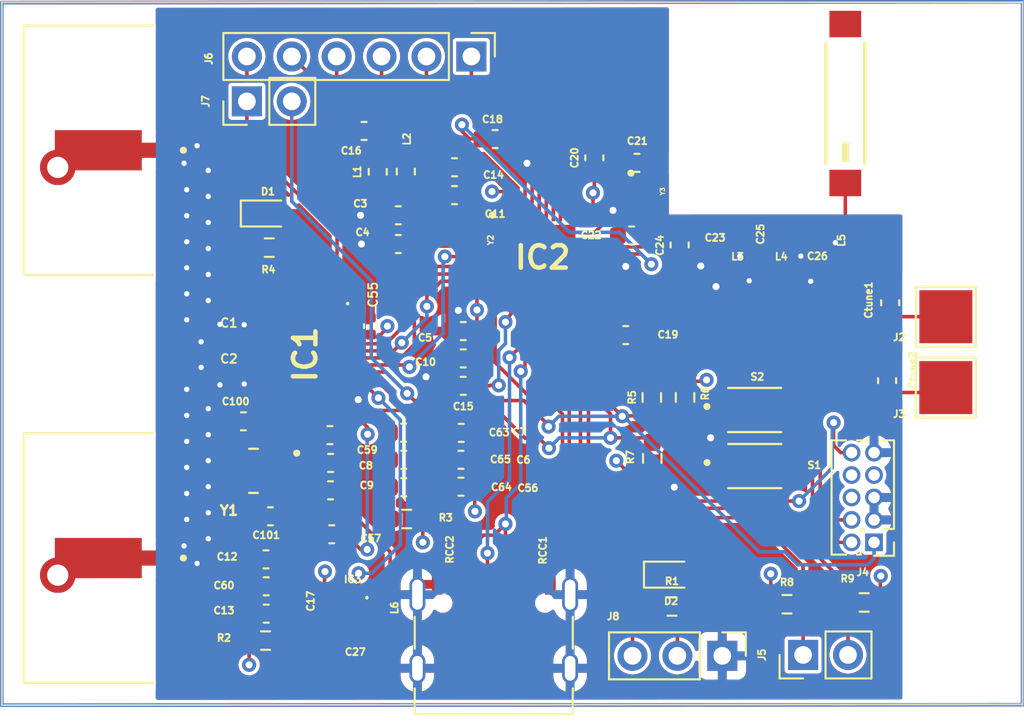
<source format=kicad_pcb>
(kicad_pcb (version 20221018) (generator pcbnew)
  (layers (0 "F.Cu" signal) (1 "In1.Cu" power) (2 "In2.Cu" power) (31 "B.Cu" signal) (34 "B.Paste" user) (35 "F.Paste" user) (36 "B.SilkS" user "B.Silkscreen") (37 "F.SilkS" user "F.Silkscreen") (38 "B.Mask" user) (39 "F.Mask" user) (44 "Edge.Cuts" user))
  (net 0 "")
  (net 1 "Net-(IC1-RF2)")
  (net 2 "Net-(C1-Pad2)")
  (net 3 "Net-(IC1-RF1)")
  (net 4 "Net-(C2-Pad2)")
  (net 5 "GND")
  (net 6 "VDD3")
  (net 7 "Net-(IC1-VDD2B)")
  (net 8 "Net-(IC1-VTX_D)")
  (net 9 "Net-(IC1-VDD2A)")
  (net 10 "XTI")
  (net 11 "XTO")
  (net 12 "IRQ")
  (net 13 "SPIPHA")
  (net 14 "GPIO0")
  (net 15 "GPIO1")
  (net 16 "SPIPOL")
  (net 17 "TXLED")
  (net 18 "EXTPA")
  (net 19 "SYNC")
  (net 20 "EXTON")
  (net 21 "WAKEUP")
  (net 22 "RESET")
  (net 23 "SPICLK")
  (net 24 "SPIMOSI")
  (net 25 "SPIMISO")
  (net 26 "SPICSN")
  (net 27 "Net-(IC2-P0.00{slash}XL1)")
  (net 28 "Net-(IC2-P0.01{slash}XL2)")
  (net 29 "VDD")
  (net 30 "VBUS")
  (net 31 "Net-(IC2-DEC1)")
  (net 32 "Net-(IC2-DECUSB)")
  (net 33 "Net-(IC2-DEC4)")
  (net 34 "Net-(IC2-DEC5)")
  (net 35 "Net-(IC2-XC2)")
  (net 36 "Net-(IC2-XC1)")
  (net 37 "Net-(IC2-ANT)")
  (net 38 "Net-(IC2-DEC3)")
  (net 39 "Net-(C25-Pad1)")
  (net 40 "Net-(IC2-P0.10{slash}NFC2)")
  (net 41 "Net-(IC2-P0.09{slash}NFC1)")
  (net 42 "D+")
  (net 43 "D-")
  (net 44 "Net-(IC2-DCC)")
  (net 45 "Net-(L1-Pad1)")
  (net 46 "Net-(J1-CC1)")
  (net 48 "Net-(J1-CC2)")
  (net 50 "Net-(AE1-Pad1)")
  (net 52 "Net-(C26-Pad2)")
  (net 53 "Net-(IC2-SWDIO)")
  (net 54 "Net-(IC2-SWDCLK)")
  (net 58 "Net-(IC2-P0.18{slash}NRESET)")
  (net 59 "SCL")
  (net 60 "SDA")
  (net 61 "Net-(IC3-LX)")
  (net 62 "Net-(D1-K)")
  (net 63 "RXLED")
  (net 64 "IO6")
  (net 65 "IO5")
  (net 66 "IO4")
  (net 67 "IO3")
  (net 68 "IO2")
  (net 69 "IO1")
  (net 70 "Net-(R5-Pad2)")
  (net 71 "Net-(D2-K)")
  (footprint "TESIS:ANTENNA_UWCCP.01" (layer "F.Cu") (at 100.4075 73.533 90)
    (fp_text reference "E1" hide)
    (fp_text value "UWCCP.01" hide)
  )
  (footprint "Capacitor_SMD:C_0603_1608Metric" (layer "F.Cu") (at 109.347 89.662)
    (fp_text reference "C59")
    (fp_text value "4.7nF" hide)
  )
  (footprint "Capacitor_SMD:C_0201_0603Metric_Pad0.64x0.40mm_HandSolder" (layer "F.Cu") (at 110.736 101.228)
    (fp_text reference "C27")
    (fp_text value "4.7uF" hide)
  )
  (footprint "TESIS:XC9290A07E0RG" (layer "F.Cu") (at 110.6384 99.1788)
    (fp_text reference "IC3")
    (fp_text value "XC9290B16E0R-G" hide)
  )
  (footprint "TestPoint:TestPoint_Pad_3.0x3.0mm" (layer "F.Cu") (at 144.1936 86.9696)
    (fp_text reference "J3")
    (fp_text value "NFC1" hide)
  )
  (footprint "TESIS:SW_B3U-1000P" (layer "F.Cu") (at 133.3754 88.2396)
    (fp_text reference "S2")
    (fp_text value "B3U-1000P" hide)
  )
  (footprint "Capacitor_SMD:C_0603_1608Metric" (layer "F.Cu") (at 113.5256 92.6084 180)
    (fp_text reference "C64")
    (fp_text value "10UF" hide)
  )
  (footprint "Connector_PinHeader_2.54mm:PinHeader_1x06_P2.54mm_Vertical" (layer "F.Cu") (at 117.348 68.2244 -90)
    (fp_text reference "J6")
    (fp_text value "Conn_01x06" hide)
  )
  (footprint "Connector_PinHeader_1.27mm:PinHeader_2x05_P1.27mm_Vertical" (layer "F.Cu") (at 140.1318 95.7326 180)
    (fp_text reference "J4")
    (fp_text value "Conn_ARM_JTAG_SWD_10" hide)
  )
  (footprint "Capacitor_SMD:C_0603_1608Metric" (layer "F.Cu") (at 126.0856 83.9978)
    (fp_text reference "C19")
    (fp_text value "820pF" hide)
  )
  (footprint "TESIS:DW3220TR13-1" (layer "F.Cu") (at 107.95 85.09 -90)
    (fp_text reference "IC1")
    (fp_text value "DW3220TR13" hide)
  )
  (footprint "Inductor_SMD:L_0603_1608Metric" (layer "F.Cu") (at 113.6399 74.7396 -90)
    (fp_text reference "L2")
    (fp_text value "10uH" hide)
  )
  (footprint "Resistor_SMD:R_0603_1608Metric_Pad0.98x0.95mm_HandSolder" (layer "F.Cu") (at 135.2042 99.2378)
    (fp_text reference "R8")
    (fp_text value "4.7K" hide)
  )
  (footprint "Capacitor_SMD:C_0201_0603Metric" (layer "F.Cu") (at 103.632 84.09 180)
    (fp_text reference "C1")
    (fp_text value "2.0pF" hide)
  )
  (footprint "TestPoint:TestPoint_Pad_3.0x3.0mm" (layer "F.Cu") (at 144.1958 82.9564)
    (fp_text reference "J2")
    (fp_text value "NFC2" hide)
  )
  (footprint "TESIS:ANTENNA_UWCCP.01" (layer "F.Cu") (at 100.4075 96.6216 90)
    (fp_text reference "E2" hide)
    (fp_text value "UWCCP.01" hide)
  )
  (footprint "Capacitor_SMD:C_0603_1608Metric" (layer "F.Cu") (at 141.0462 82.169 90)
    (fp_text reference "Ctune1")
    (fp_text value "82pF" hide)
  )
  (footprint "Capacitor_SMD:C_0603_1608Metric" (layer "F.Cu") (at 109.3854 91.2368)
    (fp_text reference "C8")
    (fp_text value "100nF" hide)
  )
  (footprint "Inductor_SMD:L_0201_0603Metric" (layer "F.Cu") (at 134.8846 80.2386)
    (fp_text reference "L4")
    (fp_text value "2.2nH" hide)
  )
  (footprint "Resistor_SMD:R_0603_1608Metric_Pad0.98x0.95mm_HandSolder" (layer "F.Cu") (at 105.918 79.0448)
    (fp_text reference "R4")
    (fp_text value "1K" hide)
  )
  (footprint "Capacitor_SMD:C_0603_1608Metric" (layer "F.Cu") (at 113.2143 78.8416 180)
    (fp_text reference "C4")
    (fp_text value "12pF" hide)
  )
  (footprint "Connector_PinHeader_2.54mm:PinHeader_1x02_P2.54mm_Vertical" (layer "F.Cu") (at 104.648 70.7644 90)
    (fp_text reference "J7")
    (fp_text value "Conn_01x02" hide)
  )
  (footprint "Resistor_SMD:R_0201_0603Metric" (layer "F.Cu") (at 116.940239 96.2152 -90)
    (fp_text reference "RCC2")
    (fp_text value "5.1k" hide)
  )
  (footprint "Capacitor_SMD:C_0603_1608Metric" (layer "F.Cu") (at 116.7768 89.535)
    (fp_text reference "C7")
    (fp_text value "22UF" hide)
  )
  (footprint "Inductor_SMD:L_0201_0603Metric" (layer "F.Cu") (at 138.049 79.883 -90)
    (fp_text reference "L5")
    (fp_text value "3.9nH" hide)
  )
  (footprint "Connector_PinHeader_2.54mm:PinHeader_1x03_P2.54mm_Vertical" (layer "F.Cu") (at 131.5466 102.1588 -90)
    (fp_text reference "J8")
    (fp_text value "Conn_01x03" hide)
  )
  (footprint "Capacitor_SMD:C_0603_1608Metric" (layer "F.Cu") (at 116.3958 74.4982 180)
    (fp_text reference "C14")
    (fp_text value "1.0uF" hide)
  )
  (footprint "Capacitor_SMD:C_0603_1608Metric" (layer "F.Cu") (at 116.7638 91.059)
    (fp_text reference "C6")
    (fp_text value "100nF" hide)
  )
  (footprint "Capacitor_SMD:C_0603_1608Metric" (layer "F.Cu") (at 118.6942 72.898)
    (fp_text reference "C18")
    (fp_text value "47nF" hide)
  )
  (footprint "Capacitor_SMD:C_0603_1608Metric" (layer "F.Cu") (at 105.9818 94.2594)
    (fp_text reference "C101")
    (fp_text value "3.3pF" hide)
  )
  (footprint "Capacitor_SMD:C_0201_0603Metric_Pad0.64x0.40mm_HandSolder" (layer "F.Cu") (at 133.7056 79.8322 90)
    (fp_text reference "C25")
    (fp_text value "1.2pF" hide)
  )
  (footprint "Capacitor_SMD:C_0603_1608Metric" (layer "F.Cu") (at 109.4486 95.2754 180)
    (fp_text reference "C57")
    (fp_text value "220nF" hide)
  )
  (footprint "Capacitor_SMD:C_0603_1608Metric" (layer "F.Cu") (at 126.7206 74.2442)
    (fp_text reference "C21")
    (fp_text value "12pF" hide)
  )
  (footprint "TESIS:WE-MCA_7488910245" (layer "F.Cu") (at 138.5062 70.8872 -90)
    (property "VALUE" "2400-2500 MHz")
    (fp_text reference "AE1" hide)
    (fp_text value "WE-MCA_7488910245" hide)
  )
  (footprint "Capacitor_SMD:C_0402_1005Metric" (layer "F.Cu") (at 111.633 83.4898 -90)
    (fp_text reference "C55")
    (fp_text value "100nF" hide)
  )
  (footprint "Capacitor_SMD:C_0603_1608Metric" (layer "F.Cu") (at 126.4158 78.359)
    (fp_text reference "C22")
    (fp_text value "12pF" hide)
  )
  (footprint "Capacitor_SMD:C_0603_1608Metric" (layer "F.Cu") (at 116.8908 86.868 180)
    (fp_text reference "C15")
    (fp_text value "4.7uF" hide)
  )
  (footprint "Resistor_SMD:R_0603_1608Metric_Pad0.98x0.95mm_HandSolder" (layer "F.Cu") (at 128.7018 99.3648)
    (fp_text reference "R1")
    (fp_text value "1K" hide)
  )
  (footprint "LED_SMD:LED_0603_1608Metric" (layer "F.Cu") (at 128.6002 97.5614)
    (fp_text reference "D2")
    (fp_text value "LED" hide)
  )
  (footprint "Connector_USB:USB_C_Receptacle_Palconn_UTC16-G" (layer "F.Cu") (at 118.616639 100.6234)
    (fp_text reference "J1" hide)
    (fp_text value "USB_C_Receptacle_USB2.0" hide)
  )
  (footprint "Resistor_SMD:R_0603_1608Metric_Pad0.98x0.95mm_HandSolder" (layer "F.Cu") (at 129.4384 87.5265 -90)
    (fp_text reference "R6")
    (fp_text value "10K" hide)
  )
  (footprint "Capacitor_SMD:C_0603_1608Metric" (layer "F.Cu") (at 109.3828 92.7862)
    (fp_text reference "C9")
    (fp_text value "10UF" hide)
  )
  (footprint "Resistor_SMD:R_0201_0603Metric" (layer "F.Cu") (at 120.343839 96.1898 -90)
    (fp_text reference "RCC1")
    (fp_text value "5.1k" hide)
  )
  (footprint "Connector_PinHeader_2.54mm:PinHeader_1x02_P2.54mm_Vertical" (layer "F.Cu") (at 136.1186 102.108 90)
    (fp_text reference "J5")
    (fp_text value "Conn_01x02" hide)
  )
  (footprint "Resistor_SMD:R_0603_1608Metric_Pad0.98x0.95mm_HandSolder" (layer "F.Cu") (at 139.573 99.1362 180)
    (fp_text reference "R9")
    (fp_text value "4.7K" hide)
  )
  (footprint "Capacitor_SMD:C_0603_1608Metric" (layer "F.Cu") (at 111.2774 72.4408 180)
    (fp_text reference "C16")
    (fp_text value "1.0uF" hide)
  )
  (footprint "Capacitor_SMD:C_0603_1608Metric" (layer "F.Cu") (at 104.4536 88.8791 180)
    (fp_text reference "C100")
    (fp_text value "3.3pF" hide)
  )
  (footprint "Capacitor_SMD:C_0603_1608Metric" (layer "F.Cu") (at 116.8908 85.3186 180)
    (fp_text reference "C10")
    (fp_text value "4.7uF" hide)
  )
  (footprint "Resistor_SMD:R_0603_1608Metric_Pad0.98x0.95mm_HandSolder" (layer "F.Cu") (at 105.7018 101.2952 180)
    (fp_text reference "R2")
    (fp_text value "600" hide)
  )
  (footprint "Resistor_SMD:R_0603_1608Metric_Pad0.98x0.95mm_HandSolder" (layer "F.Cu") (at 127.5842 90.9828 90)
    (fp_text reference "R7")
    (fp_text value "10K" hide)
  )
  (footprint "Capacitor_SMD:C_0603_1608Metric" (layer "F.Cu") (at 113.5152 89.5223 180)
    (fp_text reference "C63")
    (fp_text value "4.7nF" hide)
  )
  (footprint "Capacitor_SMD:C_0603_1608Metric" (layer "F.Cu") (at 129.1336 78.8924 90)
    (fp_text reference "C24")
    (fp_text value "100pF" hide)
  )
  (footprint "Capacitor_SMD:C_0603_1608Metric" (layer "F.Cu") (at 105.7402 99.7712)
    (fp_text reference "C13")
    (fp_text value "10UF" hide)
  )
  (footprint "Capacitor_SMD:C_0603_1608Metric" (layer "F.Cu") (at 113.2143 77.216 180)
    (fp_text reference "C3")
    (fp_text value "12pF" hide)
  )
  (footprint "Capacitor_SMD:C_0603_1608Metric" (layer "F.Cu") (at 116.7638 92.583)
    (fp_text reference "C56")
    (fp_text value "2pF" hide)
  )
  (footprint "LED_SMD:LED_0603_1608Metric" (layer "F.Cu") (at 105.7909 77.1144)
    (fp_text reference "D1")
    (fp_text value "LED" hide)
  )
  (footprint "Capacitor_SMD:C_0603_1608Metric" (layer "F.Cu") (at 105.7272 96.6978)
    (fp_text reference "C12")
    (fp_text value "4.7nF" hide)
  )
  (footprint "Capacitor_SMD:C_0201_0603Metric" (layer "F.Cu") (at 103.632 86.09 180)
    (fp_text reference "C2")
    (fp_text value "2.0pF" hide)
  )
  (footprint "Capacitor_SMD:C_0603_1608Metric" (layer "F.Cu") (at 116.8908 83.7692 180)
    (fp_text reference "C5")
    (fp_text value "4.7uF" hide)
  )
  (footprint "Inductor_SMD:L_0603_1608Metric" (layer "F.Cu") (at 112.0524 74.7523 90)
    (fp_text reference "L1")
    (fp_text value "15nH" hide)
  )
  (footprint "Capacitor_SMD:C_0201_0603Metric_Pad0.64x0.40mm_HandSolder" (layer "F.Cu") (at 131.2407 79.8322 90)
    (fp_text reference "C23")
    (fp_text value "1.0pF" hide)
  )
  (footprint "TESIS:XTAL_ECS-384-10-33B-CKY-TR3" (layer "F.Cu") (at 105.0194 91.6833 180)
    (fp_text reference "Y1")
    (fp_text value "ECS-384-10-33B-CKY-TR3" hide)
  )
  (footprint "Resistor_SMD:R_0603_1608Metric_Pad0.98x0.95mm_HandSolder" (layer "F.Cu") (at 113.6904 94.4118)
    (fp_text reference "R3")
    (fp_text value "600" hide)
  )
  (footprint "TESIS:XTAL_ECS-.327-9-12R-C-TR" (layer "F.Cu") (at 117.2464 78.2574 90)
    (fp_text reference "Y2")
    (fp_text value "ECS-.327-9-12R-C-TR" hide)
  )
  (footprint "TESIS:SW_B3U-1000P" (layer "F.Cu") (at 133.3839 91.4146)
    (fp_text reference "S1")
    (fp_text value "B3U-1000P" hide)
  )
  (footprint "TESIS:XTAL_ECS-320-8-47-CKM-TR3" (layer "F.Cu") (at 126.9178 76.344 -90)
    (fp_text reference "Y3")
    (fp_text value "ECS-320-8-47-CKM-TR3" hide)
  )
  (footprint "Capacitor_SMD:C_0603_1608Metric" (layer "F.Cu") (at 124.3076 73.9648 90)
    (fp_text reference "C20")
    (fp_text value "100nF" hide)
  )
  (footprint "Resistor_SMD:R_0603_1608Metric_Pad0.98x0.95mm_HandSolder" (layer "F.Cu") (at 127.5588 87.5265 90)
    (fp_text reference "R5")
    (fp_text value "0" hide)
  )
  (footprint "Capacitor_SMD:C_0603_1608Metric" (layer "F.Cu") (at 113.5256 91.059 180)
    (fp_text reference "C65")
    (fp_text value "100nF" hide)
  )
  (footprint "Capacitor_SMD:C_0603_1608Metric" (layer "F.Cu") (at 140.8714 86.5786 90)
    (fp_text reference "Ctune2")
    (fp_text value "82pF" hide)
  )
  (footprint "Capacitor_SMD:C_0603_1608Metric" (layer "F.Cu") (at 116.3958 76.073 180)
    (fp_text reference "C11")
    (fp_text value "100nF" hide)
  )
  (footprint "Capacitor_SMD:C_0603_1608Metric" (layer "F.Cu") (at 105.7402 98.2218 180)
    (fp_text reference "C60")
    (fp_text value "100nF" hide)
  )
  (footprint "Capacitor_SMD:C_0201_0603Metric_Pad0.64x0.40mm_HandSolder" (layer "F.Cu") (at 109.0422 99.0346 90)
    (fp_text reference "C17")
    (fp_text value "4.7uF" hide)
  )
  (footprint "TESIS:QFN40P500X500X90-41N" (layer "F.Cu") (at 121.3866 79.6036)
    (fp_text reference "IC2")
    (fp_text value "nRF52833-QDAA-R" hide)
  )
  (footprint "Inductor_SMD:L_01005_0402Metric" (layer "F.Cu") (at 112.3188 99.4156 -90)
    (fp_text reference "L6")
    (fp_text value "0.47uH" hide)
  )
  (footprint "Inductor_SMD:L_0201_0603Metric" (layer "F.Cu") (at 132.4102 80.2386)
    (fp_text reference "L3")
    (fp_text value "4.7nH" hide)
  )
  (footprint "Capacitor_SMD:C_0201_0603Metric_Pad0.64x0.40mm_HandSolder" (layer "F.Cu") (at 136.6513 80.2386 180)
    (fp_text reference "C26")
    (fp_text value "1.5pF" hide)
  )
  (gr_line (start 90.7796 104.9528) (end 90.7796 65.1764) (stroke (width 0.2)) (layer "F.Cu"))
  (gr_line (start 148.5392 104.9274) (end 90.7796 104.9528) (stroke (width 0.2)) (layer "F.Cu"))
  (gr_line (start 90.7796 65.1764) (end 148.5392 65.1256) (stroke (width 0.2)) (layer "F.Cu"))
  (gr_line (start 148.5392 104.9274) (end 148.5392 65.1256) (stroke (width 0.2)) (layer "F.Cu"))
  (gr_line (start 90.7796 65.1764) (end 148.5392 65.1256) (stroke (width 0.2)) (layer "B.Cu"))
  (gr_line (start 90.7796 104.9528) (end 90.7796 65.1764) (stroke (width 0.2)) (layer "B.Cu"))
  (gr_line (start 148.5392 65.1256) (end 148.5392 104.9274) (stroke (width 0.2)) (layer "B.Cu"))
  (gr_line (start 148.5392 104.9274) (end 90.7796 104.9528) (stroke (width 0.2)) (layer "B.Cu"))
  (gr_line (start 148.5392 65.151) (end 90.7796 65.151) (stroke (width 0.1)) (layer "Edge.Cuts"))
  (gr_line (start 90.7796 104.9528) (end 148.5392 104.902) (stroke (width 0.1)) (layer "Edge.Cuts"))
  (gr_line (start 90.7796 65.151) (end 90.7796 104.9528) (stroke (width 0.1)) (layer "Edge.Cuts"))
  (gr_line (start 148.5392 104.9274) (end 148.5392 65.1256) (stroke (width 0.1)) (layer "Edge.Cuts"))
  (segment (start 103.9614 84.0994) (end 105.4406 84.0994) (width 0.2) (layer "F.Cu") (net 1))
  (segment (start 105.4406 84.0994) (end 105.45 84.09) (width 0.2) (layer "F.Cu") (net 1))
  (segment (start 103.952 84.09) (end 103.9614 84.0994) (width 0.172) (layer "F.Cu") (net 1))
  (segment (start 103.312 84.0994) (end 102.6414 84.0994) (width 0.2) (layer "F.Cu") (net 2))
  (segment (start 101.854 74.168) (end 101.219 73.533) (width 0.2) (layer "F.Cu") (net 2))
  (segment (start 101.854 83.312) (end 101.854 74.168) (width 0.2) (layer "F.Cu") (net 2))
  (segment (start 101.219 73.533) (end 99.9085 73.533) (width 0.2) (layer "F.Cu") (net 2))
  (segment (start 102.6414 84.0994) (end 101.854 83.312) (width 0.2) (layer "F.Cu") (net 2))
  (segment (start 105.45 86.09) (end 103.952 86.09) (width 0.2) (layer "F.Cu") (net 3))
  (segment (start 101.2444 96.6216) (end 99.9085 96.6216) (width 0.2) (layer "F.Cu") (net 4))
  (segment (start 101.854 86.868) (end 101.854 96.012) (width 0.2) (layer "F.Cu") (net 4))
  (segment (start 102.6414 86.0806) (end 101.854 86.868) (width 0.2) (layer "F.Cu") (net 4))
  (segment (start 103.312 86.0806) (end 102.6414 86.0806) (width 0.2) (layer "F.Cu") (net 4))
  (segment (start 101.854 96.012) (end 101.2444 96.6216) (width 0.2) (layer "F.Cu") (net 4))
  (segment (start 110.45 83.69) (end 110.45 83.29) (width 0.2) (layer "F.Cu") (net 5))
  (segment (start 108.6736 92.852) (end 108.6078 92.7862) (width 0.2) (layer "F.Cu") (net 5))
  (segment (start 109.9486 99.9316) (end 110.2788 100.2618) (width 0.2) (layer "F.Cu") (net 5))
  (segment (start 128.0414 78.4606) (end 128.3846 78.1174) (width 0.2) (layer "F.Cu") (net 5))
  (segment (start 106.1694 92.6333) (end 105.6391 92.6333) (width 0.2) (layer "F.Cu") (net 5))
  (segment (start 125.4506 80.1116) (end 126.0856 80.1116) (width 0.2) (layer "F.Cu") (net 5))
  (segment (start 108.6736 95.2754) (end 108.6736 92.852) (width 0.2) (layer "F.Cu") (net 5))
  (segment (start 114.7826 86.36) (end 115.2906 86.868) (width 0.2) (layer "F.Cu") (net 5))
  (segment (start 110.2788 101.1783) (end 110.3285 101.228) (width 0.2) (layer "F.Cu") (net 5))
  (segment (start 123.8366 79.8036) (end 121.5866 79.8036) (width 0.2) (layer "F.Cu") (net 5))
  (segment (start 116.1158 85.3186) (end 116.1158 83.7692) (width 0.2) (layer "F.Cu") (net 5))
  (segment (start 109.4681 99.4511) (end 109.9486 99.9316) (width 0.2) (layer "F.Cu") (net 5))
  (segment (start 103.8694 88.9833) (end 103.8694 90.7333) (width 0.2) (layer "F.Cu") (net 5))
  (segment (start 121.5866 79.8036) (end 121.3866 79.6036) (width 0.2) (layer "F.Cu") (net 5))
  (segment (start 111.528 83.29) (end 110.45 83.29) (width 0.2) (layer "F.Cu") (net 5))
  (segment (start 116.6114 82.6008) (end 116.1158 83.0964) (width 0.2) (layer "F.Cu") (net 5))
  (segment (start 108.572 89.662) (end 108.572 91.1984) (width 0.2) (layer "F.Cu") (net 5))
  (segment (start 116.1158 83.0964) (end 116.1158 83.7692) (width 0.2) (layer "F.Cu") (net 5))
  (segment (start 107.75 88.827) (end 107.769 88.846) (width 0.2) (layer "F.Cu") (net 5))
  (segment (start 107.35 88.427) (end 107.769 88.846) (width 0.2) (layer "F.Cu") (net 5))
  (segment (start 110.3884 99.4918) (end 109.9486 99.9316) (width 0.2) (layer "F.Cu") (net 5))
  (segment (start 105.6391 92.6333) (end 105.2068 93.0656) (width 0.2) (layer "F.Cu") (net 5))
  (segment (start 107.769 88.846) (end 108.585 89.662) (width 0.2) (layer "F.Cu") (net 5))
  (segment (start 109.4681 99.4511) (end 109.0512 99.4511) (width 0.2) (layer "F.Cu") (net 5))
  (segment (start 108.585 89.662) (end 108.867 89.662) (width 0.2) (layer "F.Cu") (net 5))
  (segment (start 108.6078 91.2394) (end 108.6104 91.2368) (width 0.2) (layer "F.Cu") (net 5))
  (segment (start 112.4393 77.216) (end 111.0807 77.216) (width 0.2) (layer "F.Cu") (net 5))
  (segment (start 114.3006 92.6084) (end 114.3006 91.059) (width 0.2) (layer "F.Cu") (net 5))
  (segment (start 110.2788 100.2618) (end 110.2788 101.1783) (width 0.2) (layer "F.Cu") (net 5))
  (segment (start 114.2902 91.0486) (end 114.3006 91.059) (width 0.2) (layer "F.Cu") (net 5))
  (segment (start 114.2902 89.5223) (end 114.2902 91.0486) (width 0.2) (layer "F.Cu") (net 5))
  (segment (start 115.9888 92.583) (end 115.9888 91.059) (width 0.2) (layer "F.Cu") (net 5))
  (segment (start 111.8082 83.0098) (end 111.528 83.29) (width 0.2) (layer "F.Cu") (net 5))
  (segment (start 127.1908 78.4606) (end 128.0414 78.4606) (width 0.2) (layer "F.Cu") (net 5))
  (segment (start 125.1426 79.8036) (end 125.4506 80.1116) (width 0.2) (layer "F.Cu") (net 5))
  (segment (start 107.75 87.59) (end 107.75 88.827) (width 0.2) (layer "F.Cu") (net 5))
  (segment (start 109.0512 99.4511) (end 109.0422 99.4421) (width 0.2) (layer "F.Cu") (net 5))
  (segment (start 108.6078 92.7862) (end 108.6078 91.2394) (width 0.2) (layer "F.Cu") (net 5))
  (segment (start 107.35 87.59) (end 107.35 88.427) (width 0.2) (layer "F.Cu") (net 5))
  (segment (start 108.572 91.1984) (end 108.6104 91.2368) (width 0.2) (layer "F.Cu") (net 5))
  (segment (start 105.2068 93.0656) (end 105.2068 94.2594) (width 0.2) (layer "F.Cu") (net 5))
  (segment (start 116.0018 91.046) (end 115.9888 91.059) (width 0.2) (layer "F.Cu") (net 5))
  (segment (start 128.3846 78.1174) (end 129.1336 78.1174) (width 0.2) (layer "F.Cu") (net 5))
  (segment (start 116.1158 86.868) (end 116.1158 85.3186) (width 0.2) (layer "F.Cu") (net 5))
  (segment (start 115.2906 86.868) (end 116.1158 86.868) (width 0.2) (layer "F.Cu") (net 5))
  (segment (start 116.0018 89.535) (end 116.0018 91.046) (width 0.2) (layer "F.Cu") (net 5))
  (segment (start 123.8366 79.8036) (end 125.1426 79.8036) (width 0.2) (layer "F.Cu") (net 5))
  (segment (start 112.4393 78.8416) (end 111.1315 78.8416) (width 0.2) (layer "F.Cu") (net 5))
  (via (at 102.4636 80.5688) (size 0.6) (drill 0.3) (layers "F.Cu" "B.Cu") (net 5))
  (via (at 101.2444 92.964) (size 0.6) (drill 0.3) (layers "F.Cu" "B.Cu") (net 5))
  (via (at 103.124 83.3882) (size 0.6) (drill 0.3) (layers "F.Cu" "B.Cu") (net 5))
  (via (at 116.6114 82.6008) (size 0.8) (drill 0.4) (layers "F.Cu" "B.Cu") (net 5))
  (via (at 101.2444 81.661) (size 0.6) (drill 0.3) (layers "F.Cu" "B.Cu") (net 5))
  (via (at 101.2444 75.7682) (size 0.6) (drill 0.3) (layers "F.Cu" "B.Cu") (net 5))
  (via (at 131.191 81.2546) (size 0.8) (drill 0.4) (layers "F.Cu" "B.Cu") (net 5))
  (via (at 102.4636 89.6366) (size 0.6) (drill 0.3) (layers "F.Cu" "B.Cu") (net 5))
  (via (at 102.4636 79.0956) (size 0.6) (drill 0.3) (layers "F.Cu" "B.Cu") (net 5))
  (via (at 101.2444 88.5444) (size 0.6) (drill 0.3) (layers "F.Cu" "B.Cu") (net 5))
  (via (at 130.8862 89.8144) (size 0.8) (drill 0.4) (layers "F.Cu" "B.Cu") (net 5))
  (via (at 101.092 95.9358) (size 0.6) (drill 0.3) (layers "F.Cu" "B.Cu") (net 5))
  (via (at 104.4956 83.4136) (size 0.6) (drill 0.3) (layers "F.Cu" "B.Cu") (net 5))
  (via (at 128.8288 92.6084) (size 0.8) (drill 0.4) (layers "F.Cu" "B.Cu") (net 5))
  (via (at 102.4636 82.042) (size 0.6) (drill 0.3) (layers "F.Cu" "B.Cu") (net 5))
  (via (at 101.2444 87.0712) (size 0.6) (drill 0.3) (layers "F.Cu" "B.Cu") (net 5))
  (via (at 135.9905 79.5274) (size 0.6) (drill 0.3) (layers "F.Cu" "B.Cu") (net 5))
  (via (at 102.4636 74.676) (size 0.6) (drill 0.3) (layers "F.Cu" "B.Cu") (net 5))
  (via (at 101.2444 80.1878) (size 0.6) (drill 0.3) (layers "F.Cu" "B.Cu") (net 5))
  (via (at 132.5372 79.5274) (size 0.6) (drill 0.3) (layers "F.Cu" "B.Cu") (net 5))
  (via (at 136.5493 80.9498) (size 0.6) (drill 0.3) (layers "F.Cu" "B.Cu") (net 5))
  (via (at 101.2444 91.4908) (size 0.6) (drill 0.3) (layers "F.Cu" "B.Cu") (net 5))
  (via (at 102.0572 84.3788) (size 0.6) (drill 0.3) (layers "F.Cu" "B.Cu") (net 5))
  (via (at 101.092 74.2696) (size 0.6) (drill 0.3) (layers "F.Cu" "B.Cu") (net 5))
  (via (at 137.9474 78.7654) (size 0.6) (drill 0.3) (layers "F.Cu" "B.Cu") (net 5))
  (via (at 102.4636 77.6224) (size 0.6) (drill 0.3) (layers "F.Cu" "B.Cu") (net 5))
  (via (at 126.0856 80.1116) (size 0.8) (drill 0.4) (layers "F.Cu" "B.Cu") (net 5))
  (via (at 101.2444 78.7146) (size 0.6) (drill 0.3) (layers "F.Cu" "B.Cu") (net 5))
  (via (at 102.4636 94.0562) (size 0.6) (drill 0.3) (layers "F.Cu" "B.Cu") (net 5))
  (via (at 103.124 86.8172) (size 0.6) (drill 0.3) (layers "F.Cu" "B.Cu") (net 5))
  (via (at 101.8286 73.279) (size 0.6) (drill 0.3) (layers "F.Cu" "B.Cu") (net 5))
  (via (at 133.0706 80.9244) (size 0.6) (drill 0.3) (layers "F.Cu" "B.Cu") (net 5))
  (via (at 102.4636 76.1492) (size 0.6) (drill 0.3) (layers "F.Cu" "B.Cu") (net 5))
  (via (at 125.3624 76.9366) (size 0.8) (drill 0.4) (layers "F.Cu" "B.Cu") (net 5))
  (via (at 102.4636 88.1634) (size 0.6) (drill 0.3) (layers "F.Cu" "B.Cu") (net 5))
  (via (at 114.7826 86.36) (size 0.8) (drill 0.4) (layers "F.Cu" "B.Cu") (net 5))
  (via (at 101.8286 96.9264) (size 0.6) (drill 0.3) (layers "F.Cu" "B.Cu") (net 5))
  (via (at 101.2444 83.1342) (size 0.6) (drill 0.3) (layers "F.Cu" "B.Cu") (net 5))
  (via (at 101.2444 77.2414) (size 0.6) (drill 0.3) (layers "F.Cu" "B.Cu") (net 5))
  (via (at 110.9472 87.6554) (size 0.8) (drill 0.4) (layers "F.Cu" "B.Cu") (net 5))
  (via (at 120.4976 74.2696) (size 0.8) (drill 0.4) (layers "F.Cu" "B.Cu") (net 5))
  (via (at 102.4636 91.1098) (size 0.6) (drill 0.3) (layers "F.Cu" "B.Cu") (net 5))
  (via (at 111.0807 77.216) (size 0.8) (drill 0.4) (layers "F.Cu" "B.Cu") (net 5))
  (via (at 104.4956 86.7664) (size 0.6) (drill 0.3) (layers "F.Cu" "B.Cu") (net 5))
  (via (at 102.4636 92.583) (size 0.6) (drill 0.3) (layers "F.Cu" "B.Cu") (net 5))
  (via (at 101.2444 94.4372) (size 0.6) (drill 0.3) (layers "F.Cu" "B.Cu") (net 5))
  (via (at 102.4636 95.5294) (size 0.6) (drill 0.3) (layers "F.Cu" "B.Cu") (net 5))
  (via (at 130.3274 80.0862) (size 0.8) (drill 0.4) (layers "F.Cu" "B.Cu") (net 5))
  (via (at 102.0572 85.8266) (size 0.6) (drill 0.3) (layers "F.Cu" "B.Cu") (net 5))
  (via (at 101.2444 90.0176) (size 0.6) (drill 0.3) (layers "F.Cu" "B.Cu") (net 5))
  (via (at 111.1315 78.8416) (size 0.8) (drill 0.4) (layers "F.Cu" "B.Cu") (net 5))
  (segment (start 110.1578 93.6732) (end 112.7506 96.266) (width 0.2) (layer "F.Cu") (net 6))
  (segment (start 108.15 87.59) (end 108.15 88.592) (width 0.2) (layer "F.Cu") (net 6))
  (segment (start 108.585 89.027) (end 109.601 89.027) (width 0.2) (layer "F.Cu") (net 6))
  (segment (start 112.5678 99.6492) (end 112.4124 99.6492) (width 0.2) (layer "F.Cu") (net 6))
  (segment (start 110.1578 92.7862) (end 110.1578 93.6732) (width 0.2) (layer "F.Cu") (net 6))
  (segment (start 111.511 101.228) (end 112.2854 101.228) (width 0.2) (layer "F.Cu") (net 6))
  (segment (start 112.4124 101.101) (end 112.4124 99.6492) (width 0.2) (layer "F.Cu") (net 6))
  (segment (start 110.1578 91.2394) (end 110.1604 91.2368) (width 0.2) (layer "F.Cu") (net 6))
  (segment (start 111.6464 99.6492) (end 112.4124 99.6492) (width 0.2) (layer "F.Cu") (net 6))
  (segment (start 110.1578 92.7862) (end 110.1578 91.2394) (width 0.2) (layer "F.Cu") (net 6))
  (segment (start 112.2854 101.228) (end 112.4124 101.101) (width 0.2) (layer "F.Cu") (net 6))
  (segment (start 110.8884 99.4918) (end 111.489 99.4918) (width 0.2) (layer "F.Cu") (net 6))
  (segment (start 109.629 89.027) (end 109.827 89.225) (width 0.2) (layer "F.Cu") (net 6))
  (segment (start 111.489 99.4918) (end 111.6464 99.6492) (width 0.2) (layer "F.Cu") (net 6))
  (segment (start 110.122 89.662) (end 110.122 91.1984) (width 0.2) (layer "F.Cu") (net 6))
  (segment (start 109.827 89.225) (end 109.827 89.662) (width 0.2) (layer "F.Cu") (net 6))
  (segment (start 112.7506 99.4664) (end 112.5678 99.6492) (width 0.2) (layer "F.Cu") (net 6))
  (segment (start 112.7506 96.266) (end 112.7506 99.4664) (width 0.2) (layer "F.Cu") (net 6))
  (segment (start 110.122 91.1984) (end 110.1604 91.2368) (width 0.2) (layer "F.Cu") (net 6))
  (segment (start 109.8264 89.6614) (end 109.827 89.662) (width 0.2) (layer "F.Cu") (net 6))
  (segment (start 108.15 88.592) (end 108.585 89.027) (width 0.2) (layer "F.Cu") (net 6))
  (segment (start 106.5152 96.7108) (end 106.5022 96.6978) (width 0.2) (layer "F.Cu") (net 7))
  (segment (start 106.5152 99.7712) (end 106.5152 98.2218) (width 0.2) (layer "F.Cu") (net 7))
  (segment (start 107.5182 89.074358) (end 107.5182 94.996) (width 0.2) (layer "F.Cu") (net 7))
  (segment (start 106.6143 101.2952) (end 106.6143 99.8703) (width 0.2) (layer "F.Cu") (net 7))
  (segment (start 107.5182 94.996) (end 106.5022 96.012) (width 0.2) (layer "F.Cu") (net 7))
  (segment (start 106.6143 99.8703) (end 106.5152 99.7712) (width 0.2) (layer "F.Cu") (net 7))
  (segment (start 106.5022 96.012) (end 106.5022 96.6978) (width 0.2) (layer "F.Cu") (net 7))
  (segment (start 106.95 87.59) (end 106.95 88.506158) (width 0.2) (layer "F.Cu") (net 7))
  (segment (start 106.95 88.506158) (end 107.5182 89.074358) (width 0.2) (layer "F.Cu") (net 7))
  (segment (start 106.5152 98.2218) (end 106.5152 96.7108) (width 0.2) (layer "F.Cu") (net 7))
  (segment (start 108.55 88.484) (end 108.55 87.59) (width 0.2) (layer "F.Cu") (net 8))
  (segment (start 111.4552 96.139) (end 111.0872 96.139) (width 0.2) (layer "F.Cu") (net 8))
  (segment (start 111.4806 89.6112) (end 111.4806 89.2302) (width 0.2) (layer "F.Cu") (net 8))
  (segment (start 111.0234 88.773) (end 108.839 88.773) (width 0.2) (layer "F.Cu") (net 8))
  (segment (start 111.4806 89.2302) (end 111.0234 88.773) (width 0.2) (layer "F.Cu") (net 8))
  (segment (start 111.0872 96.139) (end 110.2236 95.2754) (width 0.2) (layer "F.Cu") (net 8))
  (segment (start 108.839 88.773) (end 108.55 88.484) (width 0.2) (layer "F.Cu") (net 8))
  (via (at 111.4806 89.6112) (size 0.8) (drill 0.4) (layers "F.Cu" "B.Cu") (net 8))
  (via (at 111.4552 96.139) (size 0.8) (drill 0.4) (layers "F.Cu" "B.Cu") (net 8))
  (segment (start 111.4552 89.6366) (end 111.4806 89.6112) (width 0.2) (layer "B.Cu") (net 8))
  (segment (start 111.4552 96.139) (end 111.4552 89.6366) (width 0.2) (layer "B.Cu") (net 8))
  (segment (start 112.7779 94.4118) (end 112.7779 92.6357) (width 0.2) (layer "F.Cu") (net 9))
  (segment (start 112.7402 88.915) (end 112.7402 89.5223) (width 0.2) (layer "F.Cu") (net 9))
  (segment (start 109.22 88.519) (end 112.3442 88.519) (width 0.2) (layer "F.Cu") (net 9))
  (segment (start 112.7779 92.6357) (end 112.7506 92.6084) (width 0.2) (layer "F.Cu") (net 9))
  (segment (start 108.95 87.59) (end 108.95 88.249) (width 0.2) (layer "F.Cu") (net 9))
  (segment (start 112.7506 92.6084) (end 112.7506 91.059) (width 0.2) (layer "F.Cu") (net 9))
  (segment (start 112.3442 88.519) (end 112.7402 88.915) (width 0.2) (layer "F.Cu") (net 9))
  (segment (start 112.7402 90.5383) (end 112.7402 89.5223) (width 0.2) (layer "F.Cu") (net 9))
  (segment (start 108.95 88.249) (end 109.22 88.519) (width 0.2) (layer "F.Cu") (net 9))
  (segment (start 103.8694 92.6333) (end 104.6124 92.6333) (width 0.2) (layer "F.Cu") (net 10))
  (segment (start 105.8119 88.8791) (end 105.2286 88.8791) (width 0.2) (layer "F.Cu") (net 10))
  (segment (start 104.9274 92.3183) (end 104.9274 88.8853) (width 0.2) (layer "F.Cu") (net 10))
  (segment (start 104.6124 92.6333) (end 104.9274 92.3183) (width 0.2) (layer "F.Cu") (net 10))
  (segment (start 106.15 88.541) (end 105.8119 88.8791) (width 0.2) (layer "F.Cu") (net 10))
  (segment (start 106.15 87.59) (end 106.15 88.541) (width 0.2) (layer "F.Cu") (net 10))
  (segment (start 107.1626 93.3704) (end 106.7568 93.7762) (width 0.2) (layer "F.Cu") (net 11))
  (segment (start 106.1694 89.4614) (end 106.1694 90.7333) (width 0.2) (layer "F.Cu") (net 11))
  (segment (start 106.1694 90.7333) (end 106.9385 90.7333) (width 0.2) (layer "F.Cu") (net 11))
  (segment (start 107.1626 90.9574) (end 107.1626 93.3704) (width 0.2) (layer "F.Cu") (net 11))
  (segment (start 106.55 87.59) (end 106.55 89.0808) (width 0.2) (layer "F.Cu") (net 11))
  (segment (start 106.9385 90.7333) (end 107.1626 90.9574) (width 0.2) (layer "F.Cu") (net 11))
  (segment (start 106.7568 93.7762) (end 106.7568 94.2594) (width 0.2) (layer "F.Cu") (net 11))
  (segment (start 106.55 89.0808) (end 106.1694 89.4614) (width 0.2) (layer "F.Cu") (net 11))
  (segment (start 104.648 73.1266) (end 109.75 78.2286) (width 0.2) (layer "F.Cu") (net 12))
  (segment (start 104.648 73.1266) (end 104.648 70.7644) (width 0.2) (layer "F.Cu") (net 12))
  (segment (start 109.75 78.2286) (end 109.75 82.64) (width 0.2) (layer "F.Cu") (net 12))
  (segment (start 106.8305 79.0448) (end 106.8305 80.4653) (width 0.2) (layer "F.Cu") (net 17))
  (segment (start 106.8305 80.4653) (end 107.35 80.9848) (width 0.2) (layer "F.Cu") (net 17))
  (segment (start 107.35 80.9848) (end 107.35 82.59) (width 0.2) (layer "F.Cu") (net 17))
  (segment (start 111.4264 86.89) (end 110.45 86.89) (width 0.2) (layer "F.Cu") (net 20))
  (segment (start 110.9726 98.7816) (end 110.8884 98.8658) (width 0.2) (layer "F.Cu") (net 20))
  (segment (start 110.9726 97.4852) (end 110.9726 98.7816) (width 0.2) (layer "F.Cu") (net 20))
  (segment (start 112.0902 87.5538) (end 111.4264 86.89) (width 0.2) (layer "F.Cu") (net 20))
  (via (at 110.9726 97.4852) (size 0.8) (drill 0.4) (layers "F.Cu" "B.Cu") (net 20))
  (via (at 112.0902 87.5538) (size 0.8) (drill 0.4) (layers "F.Cu" "B.Cu") (net 20))
  (segment (start 112.0902 87.5538) (end 113.3348 88.7984) (width 0.2) (layer "B.Cu") (net 20))
  (segment (start 113.3348 88.7984) (end 113.3348 95.8596) (width 0.2) (layer "B.Cu") (net 20))
  (segment (start 111.7092 97.4852) (end 110.9726 97.4852) (width 0.2) (layer "B.Cu") (net 20))
  (segment (start 113.3348 95.8596) (end 111.7092 97.4852) (width 0.2) (layer "B.Cu") (net 20))
  (segment (start 121.9866 85.2328) (end 125.222 88.4682) (width 0.2) (layer "F.Cu") (net 21))
  (segment (start 121.7422 90.3986) (end 121.1834 89.8398) (width 0.2) (layer "F.Cu") (net 21))
  (segment (start 130.048 91.4146) (end 131.6839 91.4146) (width 0.2) (layer "F.Cu") (net 21))
  (segment (start 120.396 89.8398) (end 118.5418 87.9856) (width 0.2) (layer "F.Cu") (net 21))
  (segment (start 111.9408 86.49) (end 110.45 86.49) (width 0.2) (layer "F.Cu") (net 21))
  (segment (start 125.222 89.8144) (end 128.4478 89.8144) (width 0.2) (layer "F.Cu") (net 21))
  (segment (start 125.222 88.4682) (end 125.222 89.8144) (width 0.2) (layer "F.Cu") (net 21))
  (segment (start 128.4478 89.8144) (end 130.048 91.4146) (width 0.2) (layer "F.Cu") (net 21))
  (segment (start 118.5418 87.9856) (end 113.4364 87.9856) (width 0.2) (layer "F.Cu") (net 21))
  (segment (start 113.4364 87.9856) (end 111.9408 86.49) (width 0.2) (layer "F.Cu") (net 21))
  (segment (start 121.9866 82.0536) (end 121.9866 85.2328) (width 0.2) (layer "F.Cu") (net 21))
  (segment (start 121.1834 89.8398) (end 120.396 89.8398) (width 0.2) (layer "F.Cu") (net 21))
  (via (at 121.7422 90.3986) (size 0.8) (drill 0.4) (layers "F.Cu" "B.Cu") (net 21))
  (via (at 125.222 89.8144) (size 0.8) (drill 0.4) (layers "F.Cu" "B.Cu") (net 21))
  (segment (start 125.222 89.8144) (end 122.3264 89.8144) (width 0.2) (layer "B.Cu") (net 21))
  (segment (start 122.3264 89.8144) (end 121.7422 90.3986) (width 0.2) (layer "B.Cu") (net 21))
  (segment (start 112.506 86.09) (end 110.45 86.09) (width 0.2) (layer "F.Cu") (net 22))
  (segment (start 125.8824 88.5952) (end 122.3866 85.0994) (width 0.2) (layer "F.Cu") (net 22))
  (segment (start 120.3198 87.7062) (end 121.7168 89.1032) (width 0.2) (layer "F.Cu") (net 22))
  (segment (start 121.7168 89.1032) (end 121.7168 89.1794) (width 0.2) (layer "F.Cu") (net 22))
  (segment (start 113.7158 87.2998) (end 114.1222 87.7062) (width 0.2) (layer "F.Cu") (net 22))
  (segment (start 114.1222 87.7062) (end 120.3198 87.7062) (width 0.2) (layer "F.Cu") (net 22))
  (segment (start 125.9078 88.5698) (end 125.8824 88.5952) (width 0.2) (layer "F.Cu") (net 22))
  (segment (start 122.3866 85.0994) (end 122.3866 82.0536) (width 0.2) (layer "F.Cu") (net 22))
  (segment (start 113.7158 87.2998) (end 112.506 86.09) (width 0.2) (layer "F.Cu") (net 22))
  (segment (start 127.8655 88.5698) (end 125.9078 88.5698) (width 0.2) (layer "F.Cu") (net 22))
  (via (at 125.8824 88.5952) (size 0.8) (drill 0.4) (layers "F.Cu" "B.Cu") (net 22))
  (via (at 121.7168 89.1794) (size 0.8) (drill 0.4) (layers "F.Cu" "B.Cu") (net 22))
  (via (at 113.7158 87.2998) (size 0.8) (drill 0.4) (layers "F.Cu" "B.Cu") (net 22))
  (segment (start 139.7762 97.0026) (end 140.1318 96.647) (width 0.2) (layer "B.Cu") (net 22))
  (segment (start 125.8824 88.5952) (end 125.9586 88.5952) (width 0.2) (layer "B.Cu") (net 22))
  (segment (start 135.8138 97.0026) (end 139.7762 97.0026) (width 0.2) (layer "B.Cu") (net 22))
  (segment (start 125.9586 88.5952) (end 133.6294 96.266) (width 0.2) (layer "B.Cu") (net 22))
  (segment (start 135.0772 96.266) (end 135.8138 97.0026) (width 0.2) (layer "B.Cu") (net 22))
  (segment (start 111.6838 85.2678) (end 111.6838 80.9244) (width 0.2) (layer "B.Cu") (net 22))
  (segment (start 111.6838 80.9244) (end 107.188 76.4286) (width 0.2) (layer "B.Cu") (net 22))
  (segment (start 113.7158 87.2998) (end 111.6838 85.2678) (width 0.2) (layer "B.Cu") (net 22))
  (segment (start 122.301 88.5952) (end 125.8824 88.5952) (width 0.2) (layer "B.Cu") (net 22))
  (segment (start 107.188 76.4286) (end 107.188 70.7644) (width 0.2) (layer "B.Cu") (net 22))
  (segment (start 133.6294 96.266) (end 135.0772 96.266) (width 0.2) (layer "B.Cu") (net 22))
  (segment (start 140.1318 96.647) (end 140.1318 95.7326) (width 0.2) (layer "B.Cu") (net 22))
  (segment (start 122.301 88.5952) (end 121.7168 89.1794) (width 0.2) (layer "B.Cu") (net 22))
  (segment (start 113.7316 85.69) (end 110.45 85.69) (width 0.2) (layer "F.Cu") (net 23))
  (segment (start 118.3544 79.0036) (end 118.9366 79.0036) (width 0.2) (layer "F.Cu") (net 23))
  (segment (start 117.8052 79.5528) (end 118.3544 79.0036) (width 0.2) (layer "F.Cu") (net 23))
  (segment (start 113.8428 85.8012) (end 113.7316 85.69) (width 0.2) (layer "F.Cu") (net 23))
  (segment (start 115.8494 79.5528) (end 117.8052 79.5528) (width 0.2) (layer "F.Cu") (net 23))
  (via (at 113.8428 85.8012) (size 0.8) (drill 0.4) (layers "F.Cu" "B.Cu") (net 23))
  (via (at 115.8494 79.5528) (size 0.8) (drill 0.4) (layers "F.Cu" "B.Cu") (net 23))
  (segment (start 115.7478 81.5594) (end 115.7478 79.6798) (width 0.2) (layer "B.Cu") (net 23))
  (segment (start 115.7478 79.6798) (end 115.824 79.6036) (width 0.2) (layer "B.Cu") (net 23))
  (segment (start 113.8428 85.8012) (end 115.7478 83.8962) (width 0.2) (layer "B.Cu") (net 23))
  (segment (start 115.7478 83.8962) (end 115.7478 81.5594) (width 0.2) (layer "B.Cu") (net 23))
  (segment (start 114.1222 84.5312) (end 114.1222 81.8388) (width 0.2) (layer "F.Cu") (net 24))
  (segment (start 115.4176 80.5434) (end 117.7798 80.5434) (width 0.2) (layer "F.Cu") (net 24))
  (segment (start 113.3634 85.29) (end 114.1222 84.5312) (width 0.2) (layer "F.Cu") (net 24))
  (segment (start 118.5196 79.8036) (end 118.9366 79.8036) (width 0.2) (layer "F.Cu") (net 24))
  (segment (start 117.7798 80.5434) (end 118.5196 79.8036) (width 0.2) (layer "F.Cu") (net 24))
  (segment (start 114.1222 81.8388) (end 115.4176 80.5434) (width 0.2) (layer "F.Cu") (net 24))
  (segment (start 110.45 85.29) (end 113.3634 85.29) (width 0.2) (layer "F.Cu") (net 24))
  (segment (start 117.8814 80.9498) (end 118.6276 80.2036) (width 0.2) (layer "F.Cu") (net 25))
  (segment (start 114.8334 81.7626) (end 115.6462 80.9498) (width 0.2) (layer "F.Cu") (net 25))
  (segment (start 110.45 84.89) (end 112.3156 84.89) (width 0.2) (layer "F.Cu") (net 25))
  (segment (start 115.6462 80.9498) (end 117.8814 80.9498) (width 0.2) (layer "F.Cu") (net 25))
  (segment (start 113.411 84.4296) (end 113.3856 84.455) (width 0.2) (layer "F.Cu") (net 25))
  (segment (start 118.6276 80.2036) (end 118.9366 80.2036) (width 0.2) (layer "F.Cu") (net 25))
  (segment (start 112.3156 84.89) (end 112.9506 84.89) (width 0.2) (layer "F.Cu") (net 25))
  (segment (start 112.9506 84.89) (end 113.411 84.4296) (width 0.2) (layer "F.Cu") (net 25))
  (segment (start 114.8334 82.3722) (end 114.8334 81.7626) (width 0.2) (layer "F.Cu") (net 25))
  (via (at 113.411 84.4296) (size 0.8) (drill 0.4) (layers "F.Cu" "B.Cu") (net 25))
  (via (at 114.8334 82.3722) (size 0.8) (drill 0.4) (layers "F.Cu" "B.Cu") (net 25))
  (segment (start 113.411 84.4296) (end 114.8334 83.0072) (width 0.2) (layer "B.Cu") (net 25))
  (segment (start 114.8334 83.0072) (end 114.8334 82.3722) (width 0.2) (layer "B.Cu") (net 25))
  (segment (start 113.6904 81.6864) (end 115.2652 80.1116) (width 0.2) (layer "F.Cu") (net 26))
  (segment (start 115.2652 80.1116) (end 117.729 80.1116) (width 0.2) (layer "F.Cu") (net 26))
  (segment (start 117.729 80.1116) (end 118.437 79.4036) (width 0.2) (layer "F.Cu") (net 26))
  (segment (start 118.437 79.4036) (end 118.9366 79.4036) (width 0.2) (layer "F.Cu") (net 26))
  (segment (start 112.5124 84.49) (end 113.6904 83.312) (width 0.2) (layer "F.Cu") (net 26))
  (segment (start 113.6904 83.312) (end 113.6904 81.6864) (width 0.2) (layer "F.Cu") (net 26))
  (segment (start 110.45 84.49) (end 112.5124 84.49) (width 0.2) (layer "F.Cu") (net 26))
  (segment (start 118.9366 78.2036) (end 118.615 78.2036) (width 0.2) (layer "F.Cu") (net 27))
  (segment (start 114.8777 77.216) (end 113.9893 77.216) (width 0.2) (layer "F.Cu") (net 27))
  (segment (start 115.2191 77.5574) (end 114.8777 77.216) (width 0.2) (layer "F.Cu") (net 27))
  (segment (start 117.9688 77.5574) (end 117.2464 77.5574) (width 0.2) (layer "F.Cu") (net 27))
  (segment (start 118.615 78.2036) (end 117.9688 77.5574) (width 0.2) (layer "F.Cu") (net 27))
  (segment (start 117.2464 77.5574) (end 115.2191 77.5574) (width 0.2) (layer "F.Cu") (net 27))
  (segment (start 114.9681 78.9574) (end 114.8523 78.8416) (width 0.2) (layer "F.Cu") (net 28))
  (segment (start 117.2464 78.9574) (end 114.9681 78.9574) (width 0.2) (layer "F.Cu") (net 28))
  (segment (start 117.8672 78.9574) (end 118.221 78.6036) (width 0.2) (layer "F.Cu") (net 28))
  (segment (start 118.221 78.6036) (end 118.9366 78.6036) (width 0.2) (layer "F.Cu") (net 28))
  (segment (start 117.2464 78.9574) (end 117.8672 78.9574) (width 0.2) (layer "F.Cu") (net 28))
  (segment (start 114.8523 78.8416) (end 113.9893 78.8416) (width 0.2) (layer "F.Cu") (net 28))
  (segment (start 104.775 102.6668) (end 104.775 101.3095) (width 0.2) (layer "F.Cu") (net 29))
  (segment (start 119.5866 76.051) (end 119.5866 77.1536) (width 0.2) (layer "F.Cu") (net 29))
  (segment (start 114.6029 95.7307) (end 114.6048 95.7326) (width 0.2) (layer "F.Cu") (net 29))
  (segment (start 129.2802 99.0307) (end 129.6143 99.3648) (width 0.2) (layer "F.Cu") (net 29))
  (segment (start 118.2848 81.0036) (end 117.6658 81.6226) (width 0.2) (layer "F.Cu") (net 29))
  (segment (start 109.35 87.59) (end 109.35 88.141) (width 0.2) (layer "F.Cu") (net 29))
  (segment (start 112.097 84.09) (end 110.45 84.09) (width 0.2) (layer "F.Cu") (net 29))
  (segment (start 118.9366 80.6036) (end 118.9366 81.0036) (width 0.2) (layer "F.Cu") (net 29))
  (segment (start 110.1497 98.6271) (end 109.0422 98.6271) (width 0.2) (layer "F.Cu") (net 29))
  (segment (start 118.5164 75.8698) (end 119.4054 75.8698) (width 0.2) (layer "F.Cu") (net 29))
  (segment (start 117.5388 93.9676) (end 117.5512 93.98) (width 0.2) (layer "F.Cu") (net 29))
  (segment (start 134.2898 97.5106) (end 134.2898 99.2359) (width 0.2) (layer "F.Cu") (net 29))
  (segment (start 104.775 101.3095) (end 104.7893 101.2952) (width 0.2) (layer "F.Cu") (net 29))
  (segment (start 109.0422 97.409) (end 109.0422 98.6271) (width 0.2) (layer "F.Cu") (net 29))
  (segment (start 124.3076 74.7398) (end 124.3076 75.8633) (width 0.2) (layer "F.Cu") (net 29))
  (segment (start 117.1708 74.4982) (end 118.0338 74.4982) (width 0.2) (layer "F.Cu") (net 29))
  (segment (start 125.5522 91.1098) (end 126.3377 91.8953) (width 0.2) (layer "F.Cu") (net 29))
  (segment (start 130.6576 86.5359) (end 130.5795 86.614) (width 0.2) (layer "F.Cu") (net 29))
  (segment (start 117.6658 82.5754) (end 117.6658 83.7692) (width 0.2) (layer "F.Cu") (net 29))
  (segment (start 124.3076 75.8633) (end 124.2314 75.9395) (width 0.2) (layer "F.Cu") (net 29))
  (segment (start 109.474 88.265) (end 116.6876 88.265) (width 0.2) (layer "F.Cu") (net 29))
  (segment (start 134.2898 99.2359) (end 134.2917 99.2378) (width 0.2) (layer "F.Cu") (net 29))
  (segment (start 117.6658 81.6226) (end 117.6658 82.5754) (width 0.2) (layer "F.Cu") (net 29))
  (segment (start 124.2314 76.6572) (end 124.2314 75.9395) (width 0.2) (layer "F.Cu") (net 29))
  (segment (start 126.3377 91.8953) (end 127.5842 91.8953) (width 0.2) (layer "F.Cu") (net 29))
  (segment (start 129.6143 99.3648) (end 129.6143 100.2811) (width 0.2) (layer "F.Cu") (net 29))
  (segment (start 110.3884 98.8658) (end 110.1497 98.6271) (width 0.2) (layer "F.Cu") (net 29))
  (segment (start 118.0338 74.4982) (end 119.5866 76.051) (width 0.2) (layer "F.Cu") (net 29))
  (segment (start 112.5982 83.5888) (end 112.097 84.09) (width 0.2) (layer "F.Cu") (net 29))
  (segment (start 119.4054 75.8698) (end 119.5866 76.051) (width 0.2) (layer "F.Cu") (net 29))
  (segment (start 123.8366 77.8036) (end 123.8366 77.052) (width 0.2) (layer "F.Cu") (net 29))
  (segment (start 117.5388 91.059) (end 117.5388 89.548) (width 0.2) (layer "F.Cu") (net 29))
  (segment (start 112.5982 83.4898) (end 112.5982 83.5888) (width 0.2) (layer "F.Cu") (net 29))
  (segment (start 117.4242 89.0016) (end 117.4242 89.4074) (width 0.2) (layer "F.Cu") (net 29))
  (segment (start 117.5388 92.583) (end 117.5388 93.9676) (width 0.2) (layer "F.Cu") (net 29))
  (segment (start 130.5795 86.614) (end 129.4384 86.614) (width 0.2) (layer "F.Cu") (net 29))
  (segment (start 117.5388 89.548) (end 117.5518 89.535) (width 0.2) (layer "F.Cu") (net 29))
  (segment (start 129.6143 100.2811) (end 129.0066 100.8888) (width 0.2) (layer "F.Cu") (net 29))
  (segment (start 140.4855 99.1362) (end 140.4855 97.6649) (width 0.2) (layer "F.Cu") (net 29))
  (segment (start 140.4855 97.6649) (end 140.5128 97.6376) (width 0.2) (layer "F.Cu") (net 29))
  (segment (start 116.6876 88.265) (end 117.4242 89.0016) (width 0.2) (layer "F.Cu") (net 29))
  (segment (start 109.35 88.141) (end 109.474 88.265) (width 0.2) (layer "F.Cu") (net 29))
  (segment (start 114.6029 94.4118) (end 114.6029 95.7307) (width 0.2) (layer "F.Cu") (net 29))
  (segment (start 118.9366 81.0036) (end 118.2848 81.0036) (width 0.2) (layer "F.Cu") (net 29))
  (segment (start 117.4242 89.4074) (end 117.5518 89.535) (width 0.2) (layer "F.Cu") (net 29))
  (segment (start 129.0066 100.8888) (end 129.0066 102.1588) (width 0.2) (layer "F.Cu") (net 29))
  (segment (start 117.5388 91.059) (end 117.5388 92.583) (width 0.2) (layer "F.Cu") (net 29))
  (segment (start 109.0676 97.3836) (end 109.0422 97.409) (width 0.2) (layer "F.Cu") (net 29))
  (segment (start 123.8366 77.052) (end 124.2314 76.6572) (width 0.2) (layer "F.Cu") (net 29))
  (via (at 109.0676 97.3836) (size 0.8) (drill 0.4) (layers "F.Cu" "B.Cu") (net 29))
  (via (at 130.6576 86.5359) (size 0.8) (drill 0.4) (layers "F.Cu" "B.Cu") (net 29))
  (via (at 140.5128 97.6376) (size 0.8) (drill 0.4) (layers "F.Cu" "B.Cu") (net 29))
  (via (at 104.775 102.6668) (size 0.8) (drill 0.4) (layers "F.Cu" "B.Cu") (net 29))
  (via (at 134.2898 97.5106) (size 0.8) (drill 0.4) (layers "F.Cu" "B.Cu") (net 29))
  (via (at 117.5512 93.98) (size 0.8) (drill 0.4) (layers "F.Cu" "B.Cu") (net 29))
  (via (at 118.5164 75.8698) (size 0.8) (drill 0.4) (layers "F.Cu" "B.Cu") (net 29))
  (via (at 112.5982 83.4898) (size 0.8) (drill 0.4) (layers "F.Cu" "B.Cu") (net 29))
  (via (at 125.5522 91.1098) (size 0.8) (drill 0.4) (layers "F.Cu" "B.Cu") (net 29))
  (via (at 114.6048 95.7326) (size 0.8) (drill 0.4) (layers "F.Cu" "B.Cu") (net 29))
  (via (at 117.6658 82.5754) (size 0.8) (drill 0.4) (layers "F.Cu" "B.Cu") (net 29))
  (via (at 124.2314 75.9395) (size 0.8) (drill 0.4) (layers "F.Cu" "B.Cu") (net 29))
  (segment (start 118.6942 84.8614) (end 118.6942 81.646) (width 0.2) (layer "F.Cu") (net 30))
  (segment (start 116.216639 98.692) (end 117.397439 99.8728) (width 0.2) (layer "F.Cu") (net 30))
  (segment (start 116.216639 98.1134) (end 116.216639 98.692) (width 0.2) (layer "F.Cu") (net 30))
  (segment (start 121.016639 98.744161) (end 121.016639 98.1134) (width 0.2) (layer "F.Cu") (net 30))
  (segment (start 121.8438 87.8078) (end 122.5042 88.4682) (width 0.2) (layer "F.Cu") (net 30))
  (segment (start 121.016639 98.1134) (end 121.016639 93.410161) (width 0.2) (layer "F.Cu") (net 30))
  (segment (start 119.888 99.8728) (end 121.016639 98.744161) (width 0.2) (layer "F.Cu") (net 30))
  (segment (start 118.6942 84.8614) (end 118.6942 85.5472) (width 0.2) (layer "F.Cu") (net 30))
  (segment (start 120.9548 87.8078) (end 121.8438 87.8078) (width 0.2) (layer "F.Cu") (net 30))
  (segment (start 122.5042 91.9226) (end 126.4666 95.885) (width 0.2) (layer "F.Cu") (net 30))
  (segment (start 126.4666 95.885) (end 126.4666 102.1588) (width 0.2) (layer "F.Cu") (net 30))
  (segment (start 118.6942 81.646) (end 118.9366 81.4036) (width 0.2) (layer "F.Cu") (net 30))
  (segment (start 117.397439 99.8728) (end 119.888 99.8728) (width 0.2) (layer "F.Cu") (net 30))
  (segment (start 118.6942 85.5472) (end 120.9548 87.8078) (width 0.2) (layer "F.Cu") (net 30))
  (segment (start 122.5042 88.4682) (end 122.5042 91.9226) (width 0.2) (layer "F.Cu") (net 30))
  (segment (start 118.6942 84.8614) (end 118.237 85.3186) (width 0.2) (layer "F.Cu") (net 30))
  (segment (start 121.016639 93.410161) (end 122.5042 91.9226) (width 0.2) (layer "F.Cu") (net 30))
  (segment (start 118.237 85.3186) (end 117.6658 85.3186) (width 0.2) (layer "F.Cu") (net 30))
  (segment (start 118.9366 77.8036) (end 118.9366 77.5092) (width 0.2) (layer "F.Cu") (net 31))
  (segment (start 117.5004 76.073) (end 117.1708 76.073) (width 0.2) (layer "F.Cu") (net 31))
  (segment (start 118.9366 77.5092) (end 117.5004 76.073) (width 0.2) (layer "F.Cu") (net 31))
  (segment (start 119.5866 82.8006) (end 119.2784 83.2612) (width 0.2) (layer "F.Cu") (net 32))
  (segment (start 118.8974 86.8426) (end 118.4148 86.8426) (width 0.2) (layer "F.Cu") (net 32))
  (segment (start 119.2784 83.2612) (end 119.253 83.1342) (width 0.2) (layer "F.Cu") (net 32))
  (segment (start 119.5866 82.0536) (end 119.5866 82.8006) (width 0.2) (layer "F.Cu") (net 32))
  (segment (start 118.3894 86.868) (end 117.6658 86.868) (width 0.2) (layer "F.Cu") (net 32))
  (segment (start 118.4148 86.8426) (end 118.3894 86.868) (width 0.2) (layer "F.Cu") (net 32))
  (via (at 119.2784 83.2612) (size 0.8) (drill 0.4) (layers "F.Cu" "B.Cu") (net 32))
  (via (at 118.8974 86.8426) (size 0.8) (drill 0.4) (layers "F.Cu" "B.Cu") (net 32))
  (segment (start 119.2784 84.4804) (end 119.2784 83.2612) (width 0.2) (layer "B.Cu") (net 32))
  (segment (start 118.8974 86.8426) (end 118.8974 84.8614) (width 0.2) (layer "B.Cu") (net 32))
  (segment (start 118.8974 84.8614) (end 119.2784 84.4804) (width 0.2) (layer "B.Cu") (net 32))
  (segment (start 116.8146 72.0852) (end 116.8146 72.4538) (width 0.2) (layer "F.Cu") (net 33))
  (segment (start 112.0524 72.4408) (end 114.3762 72.4408) (width 0.2) (layer "F.Cu") (net 33))
  (segment (start 112.0524 73.9648) (end 112.0524 72.4408) (width 0.2) (layer "F.Cu") (net 33))
  (segment (start 116.8146 72.4538) (end 117.2464 72.8856) (width 0.2) (layer "F.Cu") (net 33))
  (segment (start 117.9192 72.898) (end 117.5258 72.898) (width 0.2) (layer "F.Cu") (net 33))
  (segment (start 114.821 72.8856) (end 117.2464 72.8856) (width 0.2) (layer "F.Cu") (net 33))
  (segment (start 117.2464 72.8856) (end 117.9068 72.8856) (width 0.2) (layer "F.Cu") (net 33))
  (segment (start 127.5334 79.9846) (end 126.9524 79.4036) (width 0.2) (layer "F.Cu") (net 33))
  (segment (start 114.3762 72.4408) (end 114.821 72.8856) (width 0.2) (layer "F.Cu") (net 33))
  (segment (start 126.9524 79.4036) (end 123.8366 79.4036) (width 0.2) (layer "F.Cu") (net 33))
  (segment (start 120.3866 75.3654) (end 120.3866 77.1536) (width 0.2) (layer "F.Cu") (net 33))
  (segment (start 117.9068 72.8856) (end 120.3866 75.3654) (width 0.2) (layer "F.Cu") (net 33))
  (via (at 116.8146 72.0852) (size 0.8) (drill 0.4) (layers "F.Cu" "B.Cu") (net 33))
  (via (at 127.5334 79.9846) (size 0.8) (drill 0.4) (layers "F.Cu" "B.Cu") (net 33))
  (segment (start 122.9106 78.1812) (end 116.8146 72.0852) (width 0.2) (layer "B.Cu") (net 33))
  (segment (start 125.73 78.1812) (end 122.9106 78.1812) (width 0.2) (layer "B.Cu") (net 33))
  (segment (start 127.5334 79.9846) (end 125.73 78.1812) (width 0.2) (layer "B.Cu") (net 33))
  (segment (start 125.349 83.9594) (end 125.3106 83.9978) (width 0.2) (layer "F.Cu") (net 34))
  (segment (start 124.2788 81.4036) (end 125.349 82.4738) (width 0.2) (layer "F.Cu") (net 34))
  (segment (start 123.8366 81.4036) (end 124.2788 81.4036) (width 0.2) (layer "F.Cu") (net 34))
  (segment (start 125.349 82.4738) (end 125.349 83.9594) (width 0.2) (layer "F.Cu") (net 34))
  (segment (start 125.984 74.1406) (end 125.9904 74.1342) (width 0.2) (layer "F.Cu") (net 35))
  (segment (start 126.5428 75.819) (end 126.5428 75.3594) (width 0.2) (layer "F.Cu") (net 35))
  (segment (start 124.3106 78.2036) (end 124.6632 77.851) (width 0.2) (layer "F.Cu") (net 35))
  (segment (start 125.3998 75.819) (end 126.5428 75.819) (width 0.2) (layer "F.Cu") (net 35))
  (segment (start 125.9904 74.807) (end 125.9904 74.1342) (width 0.2) (layer "F.Cu") (net 35))
  (segment (start 124.6632 77.851) (end 124.6632 76.5556) (width 0.2) (layer "F.Cu") (net 35))
  (segment (start 123.8366 78.2036) (end 124.3106 78.2036) (width 0.2) (layer "F.Cu") (net 35))
  (segment (start 124.6632 76.5556) (end 125.3998 75.819) (width 0.2) (layer "F.Cu") (net 35))
  (segment (start 126.5428 75.3594) (end 125.9904 74.807) (width 0.2) (layer "F.Cu") (net 35))
  (segment (start 123.8366 78.6036) (end 125.4978 78.6036) (width 0.2) (layer "F.Cu") (net 36))
  (segment (start 125.6408 78.4606) (end 125.6408 78.359) (width 0.2) (layer "F.Cu") (net 36))
  (segment (start 125.4978 78.6036) (end 125.6408 78.4606) (width 0.2) (layer "F.Cu") (net 36))
  (segment (start 125.9078 77.5462) (end 127.138 77.5462) (width 0.2) (layer "F.Cu") (net 36))
  (segment (start 127.2928 77.3914) (end 127.2928 76.869) (width 0.2) (layer "F.Cu") (net 36))
  (segment (start 127.138 77.5462) (end 127.2928 77.3914) (width 0.2) (layer "F.Cu") (net 36))
  (segment (start 125.6408 77.8132) (end 125.9078 77.5462) (width 0.2) (layer "F.Cu") (net 36))
  (segment (start 125.6408 78.359) (end 125.6408 77.8132) (width 0.2) (layer "F.Cu") (net 36))
  (segment (start 132.0902 80.2386) (end 131.2418 80.2386) (width 0.2) (layer "F.Cu") (net 37))
  (segment (start 131.1899 80.2397) (end 131.953 80.2397) (width 0.2) (layer "F.Cu") (net 37))
  (segment (start 125.2728 80.7974) (end 130.6322 80.7974) (width 0.2) (layer "F.Cu") (net 37))
  (segment (start 123.8366 80.2036) (end 124.679 80.2036) (width 0.2) (layer "F.Cu") (net 37))
  (segment (start 130.6322 80.7974) (end 131.1899 80.2397) (width 0.2) (layer "F.Cu") (net 37))
  (segment (start 131.2418 80.2386) (end 131.2407 80.2397) (width 0.2) (layer "F.Cu") (net 37))
  (segment (start 124.679 80.2036) (end 125.2728 80.7974) (width 0.2) (layer "F.Cu") (net 37))
  (segment (start 128.41 79.6674) (end 129.1336 79.6674) (width 0.2) (layer "F.Cu") (net 38))
  (segment (start 123.8366 79.0036) (end 127.7462 79.0036) (width 0.2) (layer "F.Cu") (net 38))
  (segment (start 127.7462 79.0036) (end 128.41 79.6674) (width 0.2) (layer "F.Cu") (net 38))
  (segment (start 133.8812 80.2386) (end 132.9577 80.2386) (width 0.2) (layer "F.Cu") (net 39))
  (segment (start 133.8834 80.2386) (end 133.8823 80.2397) (width 0.2) (layer "F.Cu") (net 39))
  (segment (start 134.5646 80.2386) (end 133.8834 80.2386) (width 0.2) (layer "F.Cu") (net 39))
  (segment (start 133.8823 80.2397) (end 133.8812 80.2386) (width 0.2) (layer "F.Cu") (net 39))
  (segment (start 141.3634 82.9564) (end 144.1958 82.9564) (width 0.2) (layer "F.Cu") (net 40))
  (segment (start 141.0462 82.944) (end 141.0586 82.9564) (width 0.2) (layer "F.Cu") (net 40))
  (segment (start 135.2296 84.1502) (end 136.2456 84.1502) (width 0.2) (layer "F.Cu") (net 40))
  (segment (start 124.5456 80.6036) (end 125.8697 81.9277) (width 0.2) (layer "F.Cu") (net 40))
  (segment (start 133.0071 81.9277) (end 135.2296 84.1502) (width 0.2) (layer "F.Cu") (net 40))
  (segment (start 141.0084 82.9818) (end 141.0462 82.944) (width 0.2) (layer "F.Cu") (net 40))
  (segment (start 123.8366 80.6036) (end 124.5456 80.6036) (width 0.2) (layer "F.Cu") (net 40))
  (segment (start 136.2456 84.1502) (end 136.6266 83.7692) (width 0.2) (layer "F.Cu") (net 40))
  (segment (start 136.6266 83.7692) (end 136.6266 83.2358) (width 0.2) (layer "F.Cu") (net 40))
  (segment (start 136.6266 83.2358) (end 136.9184 82.944) (width 0.2) (layer "F.Cu") (net 40))
  (segment (start 136.9184 82.944) (end 141.0462 82.944) (width 0.2) (layer "F.Cu") (net 40))
  (segment (start 125.8697 81.9277) (end 133.0071 81.9277) (width 0.2) (layer "F.Cu") (net 40))
  (segment (start 144.1958 82.9564) (end 144.272 83.0326) (width 0.5) (layer "F.Cu") (net 40))
  (segment (start 137.668 87.249) (end 140.7668 87.249) (width 0.2) (layer "F.Cu") (net 41))
  (segment (start 123.8366 81.0036) (end 124.4376 81.0036) (width 0.2) (layer "F.Cu") (net 41))
  (segment (start 140.8176 87.2106) (end 140.856 87.249) (width 0.2) (layer "F.Cu") (net 41))
  (segment (start 143.9142 87.249) (end 144.1936 86.9696) (width 0.2) (layer "F.Cu") (net 41))
  (segment (start 140.7668 87.249) (end 140.8714 87.3536) (width 0.2) (layer "F.Cu") (net 41))
  (segment (start 140.5636 87.249) (end 141.0462 87.249) (width 0.3) (layer "F.Cu") (net 41))
  (segment (start 124.4376 81.0036) (end 125.7808 82.3468) (width 0.2) (layer "F.Cu") (net 41))
  (segment (start 125.7808 82.3468) (end 132.715 82.3468) (width 0.2) (layer "F.Cu") (net 41))
  (segment (start 132.715 82.3468) (end 137.6172 87.249) (width 0.2) (layer "F.Cu") (net 41))
  (segment (start 141.1608 87.249) (end 143.9142 87.249) (width 0.2) (layer "F.Cu") (net 41))
  (segment (start 118.261039 96.3422) (end 118.261039 96.9518) (width 0.2) (layer "F.Cu") (net 42))
  (segment (start 119.9866 82.0536) (end 119.9866 84.7882) (width 0.2) (layer "F.Cu") (net 42))
  (segment (start 118.261039 96.9518) (end 118.366639 97.0574) (width 0.2) (layer "F.Cu") (net 42))
  (segment (start 119.366639 99.0466) (end 119.366639 98.1134) (width 0.2) (layer "F.Cu") (net 42))
  (segment (start 118.366639 98.9624) (end 118.667439 99.2632) (width 0.2) (layer "F.Cu") (net 42))
  (segment (start 119.150039 99.2632) (end 119.366639 99.0466) (width 0.2) (layer "F.Cu") (net 42))
  (segment (start 118.667439 99.2632) (end 119.150039 99.2632) (width 0.2) (layer "F.Cu") (net 42))
  (segment (start 119.9866 84.7882) (end 119.507 85.2678) (width 0.2) (layer "F.Cu") (net 42))
  (segment (start 118.366639 97.0574) (end 118.366639 98.1134) (width 0.2) (layer "F.Cu") (net 42))
  (segment (start 118.366639 98.1134) (end 118.366639 98.9624) (width 0.2) (layer "F.Cu") (net 42))
  (via (at 119.507 85.2678) (size 0.8) (drill 0.4) (layers "F.Cu" "B.Cu") (net 42))
  (via (at 118.261039 96.3422) (size 0.8) (drill 0.4) (layers "F.Cu" "B.Cu") (net 42))
  (segment (start 118.261039 93.447961) (end 118.261039 96.3422) (width 0.2) (layer "B.Cu") (net 42))
  (segment (start 119.507 85.2678) (end 119.507 92.202) (width 0.2) (layer "B.Cu") (net 42))
  (segment (start 119.507 92.202) (end 118.261039 93.447961) (width 0.2) (layer "B.Cu") (net 42))
  (segment (start 118.261039 96.3422) (end 118.210239 96.2914) (width 0.2) (layer "B.Cu") (net 42))
  (segment (start 118.032439 95.3262) (end 117.524439 95.8342) (width 0.2) (layer "F.Cu") (net 43))
  (segment (start 118.642039 95.3262) (end 118.032439 95.3262) (width 0.2) (layer "F.Cu") (net 43))
  (segment (start 117.524439 95.8342) (end 117.524439 96.7486) (width 0.2) (layer "F.Cu") (net 43))
  (segment (start 117.905439 98.0746) (end 117.866639 98.1134) (width 0.2) (layer "F.Cu") (net 43))
  (segment (start 117.524439 96.7486) (end 117.866639 97.0908) (width 0.2) (layer "F.Cu") (net 43))
  (segment (start 119.277039 94.6912) (end 119.277039 97.0788) (width 0.2) (layer "F.Cu") (net 43))
  (segment (start 118.866639 97.4892) (end 118.866639 98.1134) (width 0.2) (layer "F.Cu") (net 43))
  (segment (start 119.277039 94.6912) (end 118.642039 95.3262) (width 0.2) (layer "F.Cu") (net 43))
  (segment (start 119.277039 97.0788) (end 118.866639 97.4892) (width 0.2) (layer "F.Cu") (net 43))
  (segment (start 117.866639 97.0908) (end 117.866639 98.1134) (width 0.2) (layer "F.Cu") (net 43))
  (segment (start 120.3866 85.8106) (end 120.142 86.0552) (width 0.2) (layer "F.Cu") (net 43))
  (segment (start 120.3866 82.0536) (end 120.3866 85.8106) (width 0.2) (layer "F.Cu") (net 43))
  (via (at 120.142 86.0552) (size 0.8) (drill 0.4) (layers "F.Cu" "B.Cu") (net 43))
  (via (at 119.277039 94.6912) (size 0.8) (drill 0.4) (layers "F.Cu" "B.Cu") (net 43))
  (segment (start 120.142 92.4052) (end 119.3292 93.218) (width 0.2) (layer "B.Cu") (net 43))
  (segment (start 119.3292 94.639039) (end 119.277039 94.6912) (width 0.2) (layer "B.Cu") (net 43))
  (segment (start 120.142 86.0552) (end 120.142 92.4052) (width 0.2) (layer "B.Cu") (net 43))
  (segment (start 119.3292 93.218) (end 119.3292 94.639039) (width 0.2) (layer "B.Cu") (net 43))
  (segment (start 119.9866 75.6636) (end 119.9866 77.1536) (width 0.2) (layer "F.Cu") (net 44))
  (segment (start 118.0592 73.7362) (end 119.9866 75.6636) (width 0.2) (layer "F.Cu") (net 44))
  (segment (start 113.8558 73.7362) (end 118.0592 73.7362) (width 0.2) (layer "F.Cu") (net 44))
  (segment (start 117.366639 97.3782) (end 116.940239 96.9518) (width 0.2) (layer "F.Cu") (net 46))
  (segment (start 116.940239 96.9518) (end 116.940239 96.5352) (width 0.2) (layer "F.Cu") (net 46))
  (segment (start 117.366639 98.1134) (end 117.366639 97.3782) (width 0.2) (layer "F.Cu") (net 46))
  (segment (start 120.366639 98.1134) (end 120.366639 96.5326) (width 0.2) (layer "F.Cu") (net 48))
  (segment (start 120.366639 96.5326) (end 120.343839 96.5098) (width 0.2) (layer "F.Cu") (net 48))
  (segment (start 137.0944 80.203) (end 137.0588 80.2386) (width 0.2) (layer "F.Cu") (net 50))
  (segment (start 138.5062 75.3872) (end 138.5062 79.883) (width 0.2) (layer "F.Cu") (net 50))
  (segment (start 138.5062 79.883) (end 138.1862 80.203) (width 0.2) (layer "F.Cu") (net 50))
  (segment (start 138.1862 80.203) (end 137.0944 80.203) (width 0.2) (layer "F.Cu") (net 50))
  (segment (start 136.2438 80.2386) (end 135.2046 80.2386) (width 0.2) (layer "F.Cu") (net 52))
  (segment (start 138.8618 95.7326) (end 137.3632 95.7326) (width 0.2) (layer "F.Cu") (net 53))
  (segment (start 136.652 95.0214) (end 136.652 88.0364) (width 0.2) (layer "F.Cu") (net 53))
  (segment (start 122.7866 84.0516) (end 122.7866 82.0536) (width 0.2) (layer "F.Cu") (net 53))
  (segment (start 136.652 88.0364) (end 134.3914 85.7758) (width 0.2) (layer "F.Cu") (net 53))
  (segment (start 134.3914 85.7758) (end 124.5108 85.7758) (width 0.2) (layer "F.Cu") (net 53))
  (segment (start 124.5108 85.7758) (end 122.7866 84.0516) (width 0.2) (layer "F.Cu") (net 53))
  (segment (start 137.3632 95.7326) (end 136.652 95.0214) (width 0.2) (layer "F.Cu") (net 53))
  (segment (start 124.7902 85.3694) (end 134.5692 85.3694) (width 0.2) (layer "F.Cu") (net 54))
  (segment (start 137.0838 87.884) (end 137.0838 94.0816) (width 0.2) (layer "F.Cu") (net 54))
  (segment (start 137.0838 94.0816) (end 137.4648 94.4626) (width 0.2) (layer "F.Cu") (net 54))
  (segment (start 123.1866 83.7658) (end 124.7902 85.3694) (width 0.2) (layer "F.Cu") (net 54))
  (segment (start 123.1866 82.0536) (end 123.1866 83.7658) (width 0.2) (layer "F.Cu") (net 54))
  (segment (start 134.5692 85.3694) (end 137.0838 87.884) (width 0.2) (layer "F.Cu") (net 54))
  (segment (start 137.4648 94.4626) (end 138.8618 94.4626) (width 0.2) (layer "F.Cu") (net 54))
  (segment (start 138.8618 90.6526) (end 138.2522 90.6526) (width 0.2) (layer "F.Cu") (net 58))
  (segment (start 121.5866 85.3408) (end 123.9774 87.7316) (width 0.2) (layer "F.Cu") (net 58))
  (segment (start 137.8458 90.2462) (end 137.8458 88.9508) (width 0.2) (layer "F.Cu") (net 58))
  (segment (start 124.6886 91.4146) (end 126.6698 93.3958) (width 0.2) (layer "F.Cu") (net 58))
  (segment (start 138.2522 90.6526) (end 137.8458 90.2462) (width 0.2) (layer "F.Cu") (net 58))
  (segment (start 123.9774 90.7034) (end 124.6886 91.4146) (width 0.2) (layer "F.Cu") (net 58))
  (segment (start 123.9774 87.7316) (end 123.9774 90.7034) (width 0.2) (layer "F.Cu") (net 58))
  (segment (start 126.6698 93.3958) (end 134.0866 93.3958) (width 0.2) (layer "F.Cu") (net 58))
  (segment (start 121.5866 82.0536) (end 121.5866 85.3408) (width 0.2) (layer "F.Cu") (net 58))
  (segment (start 135.89 93.3958) (end 135.7376 93.3958) (width 0.2) (layer "F.Cu") (net 58))
  (segment (start 134.0866 93.3958) (end 135.89 93.3958) (width 0.2) (layer "F.Cu") (net 58))
  (via (at 135.89 93.3958) (size 0.8) (drill 0.4) (layers "F.Cu" "B.Cu") (net 58))
  (via (at 137.8458 88.9508) (size 0.8) (drill 0.4) (layers "F.Cu" "B.Cu") (net 58))
  (segment (start 137.7696 89.027) (end 137.8458 88.9508) (width 0.2) (layer "B.Cu") (net 58))
  (segment (start 137.7696 91.5162) (end 137.7696 89.027) (width 0.2) (layer "B.Cu") (net 58))
  (segment (start 135.89 93.3958) (end 137.7696 91.5162) (width 0.2) (layer "B.Cu") (net 58))
  (segment (start 120.7866 82.0536) (end 120.7866 85.6838) (width 0.2) (layer "F.Cu") (net 59))
  (segment (start 133.3754 94.3356) (end 136.1167 97.0769) (width 0.2) (layer "F.Cu") (net 59))
  (segment (start 122.8852 87.7824) (end 122.8852 91.1352) (width 0.2) (layer "F.Cu") (net 59))
  (segment (start 136.1186 99.2397) (end 136.1186 102.108) (width 0.2) (layer "F.Cu") (net 59))
  (segment (start 136.1167 97.0769) (end 136.1167 99.2378) (width 0.2) (layer "F.Cu") (net 59))
  (segment (start 136.1167 99.2378) (end 136.1186 99.2397) (width 0.2) (layer "F.Cu") (net 59))
  (segment (start 122.8852 91.1352) (end 126.0856 94.3356) (width 0.2) (layer "F.Cu") (net 59))
  (segment (start 126.0856 94.3356) (end 133.3754 94.3356) (width 0.2) (layer "F.Cu") (net 59))
  (segment (start 120.7866 85.6838) (end 122.8852 87.7824) (width 0.2) (layer "F.Cu") (net 59))
  (segment (start 134.239 93.8022) (end 126.4666 93.8022) (width 0.2) (layer "F.Cu") (net 60))
  (segment (start 138.6605 98.2237) (end 134.239 93.8022) (width 0.2) (layer "F.Cu") (net 60))
  (segment (start 138.6605 99.1362) (end 138.6586 99.1381) (width 0.2) (layer "F.Cu") (net 60))
  (segment (start 123.5202 87.7316) (end 121.1866 85.398) (width 0.2) (layer "F.Cu") (net 60))
  (segment (start 138.6586 99.1381) (end 138.6586 102.108) (width 0.2) (layer "F.Cu") (net 60))
  (segment (start 126.4666 93.8022) (end 123.5202 90.8558) (width 0.2) (layer "F.Cu") (net 60))
  (segment (start 123.5202 90.8558) (end 123.5202 87.7316) (width 0.2) (layer "F.Cu") (net 60))
  (segment (start 138.6605 99.1362) (end 138.6605 98.2237) (width 0.2) (layer "F.Cu") (net 60))
  (segment (start 121.1866 85.398) (end 121.1866 82.0536) (width 0.2) (layer "F.Cu") (net 60))
  (segment (start 112.37 99.1706) (end 110.6466 99.1706) (width 0.2) (layer "F.Cu") (net 61))
  (segment (start 110.6466 99.1706) (end 110.6384 99.1788) (width 0.2) (layer "F.Cu") (net 61))
  (segment (start 105.0055 77.1165) (end 105.0034 77.1144) (width 0.2) (layer "F.Cu") (net 62))
  (segment (start 105.0055 79.0448) (end 105.0055 77.1165) (width 0.2) (layer "F.Cu") (net 62))
  (segment (start 123.1866 72.2342) (end 123.1866 77.1536) (width 0.2) (layer "F.Cu") (net 64))
  (segment (start 117.348 69.342) (end 117.602 69.596) (width 0.2) (layer "F.Cu") (net 64))
  (segment (start 120.5484 69.596) (end 123.1866 72.2342) (width 0.2) (layer "F.Cu") (net 64))
  (segment (start 117.602 69.596) (end 120.5484 69.596) (width 0.2) (layer "F.Cu") (net 64))
  (segment (start 117.348 68.2244) (end 117.348 69.342) (width 0.2) (layer "F.Cu") (net 64))
  (segment (start 122.7866 72.3422) (end 122.7866 77.1536) (width 0.2) (layer "F.Cu") (net 65))
  (segment (start 115.1636 69.9516) (end 120.396 69.9516) (width 0.2) (layer "F.Cu") (net 65))
  (segment (start 114.808 69.596) (end 115.1636 69.9516) (width 0.2) (layer "F.Cu") (net 65))
  (segment (start 114.808 68.2244) (end 114.808 69.596) (width 0.2) (layer "F.Cu") (net 65))
  (segment (start 120.396 69.9516) (end 122.7866 72.3422) (width 0.2) (layer "F.Cu") (net 65))
  (segment (start 122.3866 72.5264) (end 122.3866 77.1536) (width 0.2) (layer "F.Cu") (net 66))
  (segment (start 120.1928 70.3326) (end 122.3866 72.5264) (width 0.2) (layer "F.Cu") (net 66))
  (segment (start 112.6998 70.3326) (end 120.1928 70.3326) (width 0.2) (layer "F.Cu") (net 66))
  (segment (start 112.268 68.2244) (end 112.268 69.9008) (width 0.2) (layer "F.Cu") (net 66))
  (segment (start 112.268 69.9008) (end 112.6998 70.3326) (width 0.2) (layer "F.Cu") (net 66))
  (segment (start 121.9866 72.6598) (end 121.9866 77.1536) (width 0.2) (layer "F.Cu") (net 67))
  (segment (start 110.5662 70.6882) (end 120.015 70.6882) (width 0.2) (layer "F.Cu") (net 67))
  (segment (start 109.728 69.85) (end 110.5662 70.6882) (width 0.2) (layer "F.Cu") (net 67))
  (segment (start 120.015 70.6882) (end 121.9866 72.6598) (width 0.2) (layer "F.Cu") (net 67))
  (segment (start 109.728 68.2244) (end 109.728 69.85) (width 0.2) (layer "F.Cu") (net 67))
  (segment (start 119.7864 71.0438) (end 121.5866 72.844) (width 0.2) (layer "F.Cu") (net 68))
  (segment (start 110.0074 71.0438) (end 119.7864 71.0438) (width 0.2) (layer "F.Cu") (net 68))
  (segment (start 121.5866 72.844) (end 121.5866 77.1536) (width 0.2) (layer "F.Cu") (net 68))
  (segment (start 107.188 68.2244) (end 110.0074 71.0438) (width 0.2) (layer "F.Cu") (net 68))
  (segment (start 119.5832 71.3486) (end 121.1866 72.952) (width 0.2) (layer "F.Cu") (net 69))
  (segment (start 107.9246 69.5452) (end 109.728 71.3486) (width 0.2) (layer "F.Cu") (net 69))
  (segment (start 121.1866 72.952) (end 121.1866 77.1536) (width 0.2) (layer "F.Cu") (net 69))
  (segment (start 104.902 69.5452) (end 107.9246 69.5452) (width 0.2) (layer "F.Cu") (net 69))
  (segment (start 109.728 71.3486) (end 119.5832 71.3486) (width 0.2) (layer "F.Cu") (net 69))
  (segment (start 104.648 69.2912) (end 104.902 69.5452) (width 0.2) (layer "F.Cu") (net 69))
  (segment (start 104.648 68.2244) (end 104.648 69.2912) (width 0.2) (layer "F.Cu") (net 69))
  (segment (start 128.7996 88.439) (end 129.4384 88.439) (width 0.2) (layer "F.Cu") (net 70))
  (segment (start 127.5588 86.614) (end 128.1684 86.614) (width 0.2) (layer "F.Cu") (net 70))
  (segment (start 129.4384 88.439) (end 130.509 88.439) (width 0.2) (layer "F.Cu") (net 70))
  (segment (start 130.509 88.439) (end 130.7084 88.2396) (width 0.2) (layer "F.Cu") (net 70))
  (segment (start 128.1684 86.614) (end 128.524 86.9696) (width 0.2) (layer "F.Cu") (net 70))
  (segment (start 129.714 88.5933) (end 129.6905 88.5698) (width 0.2) (layer "F.Cu") (net 70))
  (segment (start 128.524 88.1634) (end 128.7996 88.439) (width 0.2) (layer "F.Cu") (net 70))
  (segment (start 128.524 86.9696) (end 128.524 88.1634) (width 0.2) (layer "F.Cu") (net 70))
  (segment (start 130.7084 88.2396) (end 131.6754 88.2396) (width 0.2) (layer "F.Cu") (net 70))
  (segment (start 127.7893 99.3648) (end 127.7893 97.5848) (width 0.2) (layer "F.Cu") (net 71))
  (segment (start 127.7893 97.5848) (end 127.8127 97.5614) (width 0.2) (layer "F.Cu") (net 71))
  (zone (net 5) (net_name "GND") (layer "F.Cu") (connect_pads (clearance 0.2)) (min_thickness 0.2) (fill yes (thermal_gap 0.5) (thermal_bridge_width 0.5))
    (polygon (pts (xy 90.7796 65.1764) (xy 90.7796 104.9274) (xy 148.5392 104.9274) (xy 148.5392 65.1256)))
  )
  (zone (net 0) (net_name "") (layers "F.Cu" "In1.Cu" "In2.Cu" "B.Cu") (connect_pads (clearance 0)) (min_thickness 0.25)
    (keepout (tracks allowed) (vias allowed) (pads allowed) (copperpour not_allowed) (footprints allowed))
    (fill (thermal_gap 0.5) (thermal_bridge_width 0.5))
    (polygon (pts (xy 148.5392 77.1652) (xy 141.732 77.216) (xy 141.732 104.648) (xy 148.336 104.648)))
  )
  (zone (net 0) (net_name "") (layers "F.Cu" "In1.Cu" "In2.Cu" "B.Cu" "F.Fab") (connect_pads (clearance 0)) (min_thickness 0.25)
    (keepout (tracks allowed) (vias allowed) (pads allowed) (copperpour not_allowed) (footprints allowed))
    (fill (thermal_gap 0.5) (thermal_bridge_width 0.5))
    (polygon (pts (xy 99.4918 65.151) (xy 99.4918 104.9782) (xy 90.805 104.9782) (xy 90.7796 65.1764)))
  )
  (zone (net 0) (net_name "") (layers "F.Cu" "In1.Cu" "In2.Cu" "B.Cu" "F.Fab") (connect_pads (clearance 0)) (min_thickness 0.25)
    (keepout (tracks allowed) (vias allowed) (pads allowed) (copperpour not_allowed) (footprints allowed))
    (fill (thermal_gap 0.5) (thermal_bridge_width 0.5))
    (polygon (pts (xy 128.524 65.1256) (xy 128.524 77.1652) (xy 148.5392 77.1652) (xy 148.5392 65.1256)))
  )
  (zone (net 5) (net_name "GND") (layer "B.Cu") (priority 3) (connect_pads (clearance 0.2)) (min_thickness 0.2) (fill yes (thermal_gap 0.5) (thermal_bridge_width 0.5))
    (polygon (pts (xy 148.5392 65.1256) (xy 90.7796 65.1764) (xy 90.805 104.9782) (xy 148.5392 104.9274)))
  )
)
</source>
